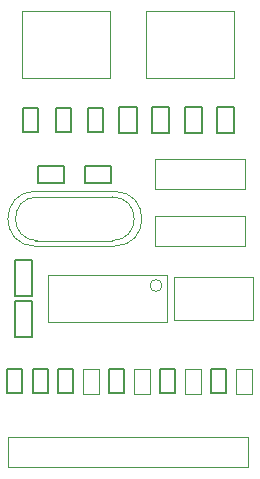
<source format=gbr>
%TF.GenerationSoftware,Altium Limited,Altium Designer,20.2.6 (244)*%
G04 Layer_Color=16711935*
%FSLAX26Y26*%
%MOIN*%
%TF.SameCoordinates,2EAD6035-BE33-4F7B-B0E7-EE8266E33042*%
%TF.FilePolarity,Positive*%
%TF.FileFunction,Other,Top_3D_Body*%
%TF.Part,Single*%
G01*
G75*
%TA.AperFunction,NonConductor*%
%ADD39C,0.007874*%
%ADD51C,0.003937*%
D39*
X30394Y275591D02*
Y354331D01*
X79606D01*
Y275591D02*
Y354331D01*
X30394Y275591D02*
X79606D01*
X115394D02*
Y354331D01*
X164606D01*
Y275591D02*
Y354331D01*
X115394Y275591D02*
X164606D01*
X538465D02*
Y354331D01*
X587677D01*
Y275591D02*
Y354331D01*
X538465Y275591D02*
X587677D01*
X708465D02*
Y354331D01*
X757677D01*
Y275591D02*
Y354331D01*
X708465Y275591D02*
X757677D01*
X512795Y1228347D02*
X569882D01*
X512795Y1141732D02*
Y1228347D01*
Y1141732D02*
X569882D01*
Y1228347D01*
X403543D02*
X462599D01*
X403543Y1141732D02*
Y1228347D01*
Y1141732D02*
X462599D01*
Y1228347D01*
X57441Y463583D02*
Y583268D01*
Y463583D02*
X112559D01*
Y583268D01*
X57441D02*
X112559D01*
X57441Y599606D02*
Y719291D01*
Y599606D02*
X112559D01*
Y719291D01*
X57441D02*
X112559D01*
X191929Y1224409D02*
X241142D01*
X191929Y1145669D02*
Y1224409D01*
Y1145669D02*
X241142D01*
Y1224409D01*
X83661D02*
X132874D01*
X83661Y1145669D02*
Y1224409D01*
Y1145669D02*
X132874D01*
Y1224409D01*
X300197D02*
X349409D01*
X300197Y1145669D02*
Y1224409D01*
Y1145669D02*
X349409D01*
Y1224409D01*
X368465Y275591D02*
X417677D01*
Y354331D01*
X368465D02*
X417677D01*
X368465Y275591D02*
Y354331D01*
X198465Y275591D02*
X247677D01*
Y354331D01*
X198465D02*
X247677D01*
X198465Y275591D02*
Y354331D01*
X729331Y1228347D02*
X786417D01*
X729331Y1141732D02*
Y1228347D01*
Y1141732D02*
X786417D01*
Y1228347D01*
X621063D02*
X678150D01*
X621063Y1141732D02*
Y1228347D01*
Y1141732D02*
X678150D01*
Y1228347D01*
X219843Y975394D02*
Y1032480D01*
X133228D02*
X219843D01*
X133228Y975394D02*
Y1032480D01*
Y975394D02*
X219843D01*
X377323D02*
Y1032480D01*
X290709D02*
X377323D01*
X290709Y975394D02*
Y1032480D01*
Y975394D02*
X377323D01*
D51*
X387165Y764764D02*
G03*
X387165Y947835I0J91535D01*
G01*
X130275Y929134D02*
G03*
X130275Y783465I0J-72835D01*
G01*
X380276D02*
G03*
X380276Y929134I0J72835D01*
G01*
X123386Y947835D02*
G03*
X123386Y764764I0J-91535D01*
G01*
X545354Y633858D02*
G03*
X545354Y633858I-19685J0D01*
G01*
X844646Y273622D02*
Y356299D01*
X791496Y273622D02*
Y356299D01*
X844646D01*
X791496Y273622D02*
X844646D01*
X674646D02*
Y356299D01*
X621496Y273622D02*
Y356299D01*
X674646D01*
X621496Y273622D02*
X674646D01*
X33071Y128740D02*
X833071D01*
X33071Y28740D02*
X833071D01*
X33071D02*
Y128740D01*
X833071Y28740D02*
Y128740D01*
X121417Y929134D02*
X380276D01*
X121417Y783465D02*
X380275D01*
X123386Y947835D02*
X387165D01*
X123386Y764764D02*
X387165D01*
X850472Y517716D02*
Y663386D01*
X586693Y517716D02*
Y663386D01*
X850472D01*
X586693Y517716D02*
X850472D01*
X167402Y511811D02*
Y669291D01*
X561102Y511811D02*
Y669291D01*
X167402Y511811D02*
X561102D01*
X167402Y669291D02*
X561102D01*
X523976Y866929D02*
X823976D01*
X523976Y766929D02*
X823976D01*
X523976D02*
Y866929D01*
X823976Y766929D02*
Y866929D01*
X523976Y1053937D02*
X823976D01*
X523976Y953937D02*
X823976D01*
X523976D02*
Y1053937D01*
X823976Y953937D02*
Y1053937D01*
X504646Y273622D02*
Y356299D01*
X451496Y273622D02*
Y356299D01*
X504646D01*
X451496Y273622D02*
X504646D01*
X334646D02*
Y356299D01*
X281496Y273622D02*
Y356299D01*
X334646D01*
X281496Y273622D02*
X334646D01*
X492126Y1547244D02*
X787402D01*
X492126Y1326772D02*
X787402D01*
Y1547244D01*
X492126Y1326772D02*
Y1547244D01*
X78740D02*
X374016D01*
X78740Y1326772D02*
X374016D01*
Y1547244D01*
X78740Y1326772D02*
Y1547244D01*
%TF.MD5,92b6dbb3bc53ec15d6cda05edffae67d*%
M02*

</source>
